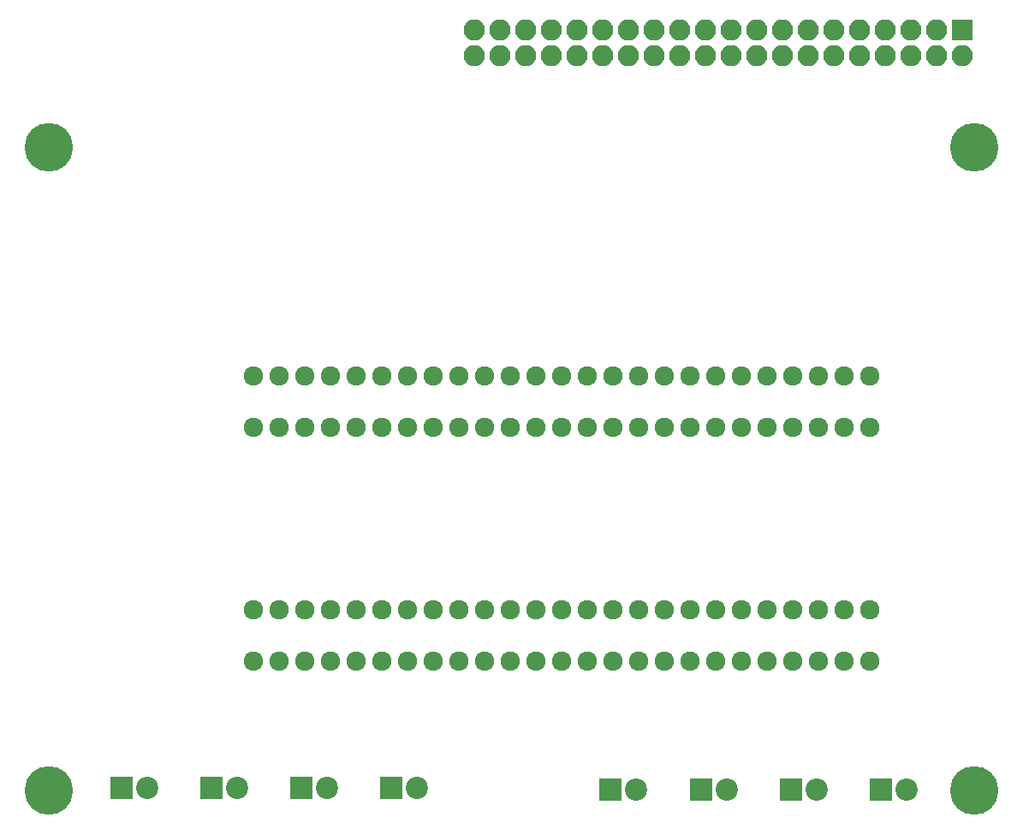
<source format=gbr>
G04 #@! TF.FileFunction,Soldermask,Top*
%FSLAX46Y46*%
G04 Gerber Fmt 4.6, Leading zero omitted, Abs format (unit mm)*
G04 Created by KiCad (PCBNEW 4.0.7) date 01/02/19 02:11:49*
%MOMM*%
%LPD*%
G01*
G04 APERTURE LIST*
%ADD10C,0.100000*%
%ADD11C,4.800000*%
%ADD12R,2.100000X2.100000*%
%ADD13O,2.100000X2.100000*%
%ADD14R,2.200000X2.200000*%
%ADD15C,2.200000*%
%ADD16C,1.924000*%
G04 APERTURE END LIST*
D10*
D11*
X206756000Y-130937000D03*
X206756000Y-67310000D03*
X115180000Y-67310000D03*
X115189000Y-130937000D03*
D12*
X205572000Y-55727600D03*
D13*
X205572000Y-58267600D03*
X203032000Y-55727600D03*
X203032000Y-58267600D03*
X200492000Y-55727600D03*
X200492000Y-58267600D03*
X197952000Y-55727600D03*
X197952000Y-58267600D03*
X195412000Y-55727600D03*
X195412000Y-58267600D03*
X192872000Y-55727600D03*
X192872000Y-58267600D03*
X190332000Y-55727600D03*
X190332000Y-58267600D03*
X187792000Y-55727600D03*
X187792000Y-58267600D03*
X185252000Y-55727600D03*
X185252000Y-58267600D03*
X182712000Y-55727600D03*
X182712000Y-58267600D03*
X180172000Y-55727600D03*
X180172000Y-58267600D03*
X177632000Y-55727600D03*
X177632000Y-58267600D03*
X175092000Y-55727600D03*
X175092000Y-58267600D03*
X172552000Y-55727600D03*
X172552000Y-58267600D03*
X170012000Y-55727600D03*
X170012000Y-58267600D03*
X167472000Y-55727600D03*
X167472000Y-58267600D03*
X164932000Y-55727600D03*
X164932000Y-58267600D03*
X162392000Y-55727600D03*
X162392000Y-58267600D03*
X159852000Y-55727600D03*
X159852000Y-58267600D03*
X157312000Y-55727600D03*
X157312000Y-58267600D03*
D14*
X131318000Y-130683000D03*
D15*
X133858000Y-130683000D03*
D14*
X140208000Y-130683000D03*
D15*
X142748000Y-130683000D03*
D14*
X122428000Y-130683000D03*
D15*
X124968000Y-130683000D03*
D14*
X149098000Y-130683000D03*
D15*
X151638000Y-130683000D03*
D14*
X170779000Y-130776000D03*
D15*
X173319000Y-130776000D03*
D16*
X196433000Y-89916000D03*
X196433000Y-94996000D03*
X193893000Y-89916000D03*
X193893000Y-94996000D03*
X191353000Y-89916000D03*
X191353000Y-94996000D03*
X188813000Y-89916000D03*
X188813000Y-94996000D03*
X186273000Y-89916000D03*
X186273000Y-94996000D03*
X183733000Y-89916000D03*
X183733000Y-94996000D03*
X181193000Y-89916000D03*
X181193000Y-94996000D03*
X178653000Y-89916000D03*
X178653000Y-94996000D03*
X176113000Y-89916000D03*
X176113000Y-94996000D03*
X173573000Y-89916000D03*
X173573000Y-94996000D03*
X171033000Y-89916000D03*
X171033000Y-94996000D03*
X168493000Y-89916000D03*
X168493000Y-94996000D03*
X165953000Y-89916000D03*
X165953000Y-94996000D03*
X163413000Y-89916000D03*
X163413000Y-94996000D03*
X160873000Y-89916000D03*
X160873000Y-94996000D03*
X158333000Y-89916000D03*
X158333000Y-94996000D03*
X155793000Y-89916000D03*
X155793000Y-94996000D03*
X153253000Y-89916000D03*
X153253000Y-94996000D03*
X150713000Y-89916000D03*
X150713000Y-94996000D03*
X148173000Y-89916000D03*
X148173000Y-94996000D03*
X145633000Y-89916000D03*
X145633000Y-94996000D03*
X143093000Y-89916000D03*
X143093000Y-94996000D03*
X140553000Y-89916000D03*
X140553000Y-94996000D03*
X138013000Y-89916000D03*
X138013000Y-94996000D03*
X135473000Y-89916000D03*
X135473000Y-94996000D03*
X196433000Y-113030000D03*
X196433000Y-118110000D03*
X193893000Y-113030000D03*
X193893000Y-118110000D03*
X191353000Y-113030000D03*
X191353000Y-118110000D03*
X188813000Y-113030000D03*
X188813000Y-118110000D03*
X186273000Y-113030000D03*
X186273000Y-118110000D03*
X183733000Y-113030000D03*
X183733000Y-118110000D03*
X181193000Y-113030000D03*
X181193000Y-118110000D03*
X178653000Y-113030000D03*
X178653000Y-118110000D03*
X176113000Y-113030000D03*
X176113000Y-118110000D03*
X173573000Y-113030000D03*
X173573000Y-118110000D03*
X171033000Y-113030000D03*
X171033000Y-118110000D03*
X168493000Y-113030000D03*
X168493000Y-118110000D03*
X165953000Y-113030000D03*
X165953000Y-118110000D03*
X163413000Y-113030000D03*
X163413000Y-118110000D03*
X160873000Y-113030000D03*
X160873000Y-118110000D03*
X158333000Y-113030000D03*
X158333000Y-118110000D03*
X155793000Y-113030000D03*
X155793000Y-118110000D03*
X153253000Y-113030000D03*
X153253000Y-118110000D03*
X150713000Y-113030000D03*
X150713000Y-118110000D03*
X148173000Y-113030000D03*
X148173000Y-118110000D03*
X145633000Y-113030000D03*
X145633000Y-118110000D03*
X143093000Y-113030000D03*
X143093000Y-118110000D03*
X140553000Y-113030000D03*
X140553000Y-118110000D03*
X138013000Y-113030000D03*
X138013000Y-118110000D03*
X135473000Y-113030000D03*
X135473000Y-118110000D03*
D14*
X179696000Y-130806000D03*
D15*
X182236000Y-130806000D03*
D14*
X188595000Y-130810000D03*
D15*
X191135000Y-130810000D03*
D14*
X197485000Y-130810000D03*
D15*
X200025000Y-130810000D03*
M02*

</source>
